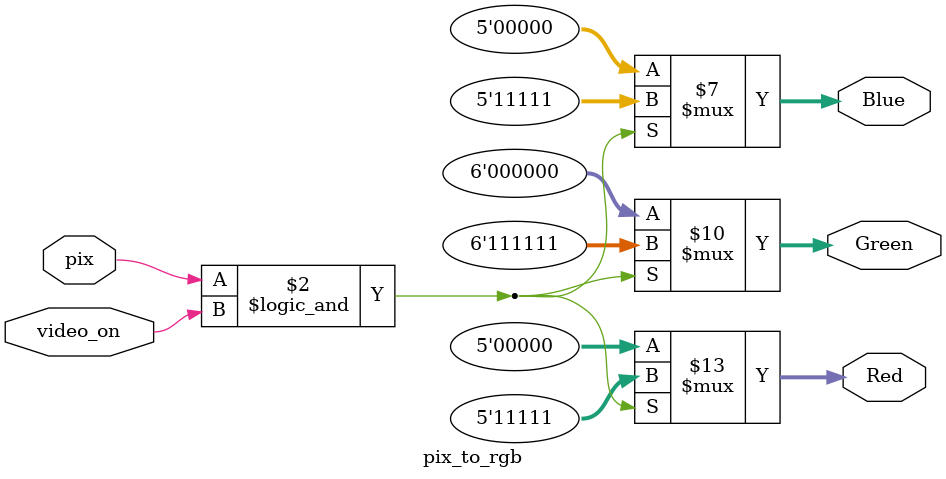
<source format=sv>

module pix_to_rgb
(
	input					video_on,
	input					pix,
	output	reg[4:0]	Red = 5'd0,
	output	reg[5:0]	Green = 6'd0,
	output	reg[4:0]	Blue = 5'd0
);



always @(*)
begin
	if (pix && video_on)
	begin
		Red <= 5'b11111;
		Green <= 6'b111111;
		Blue <= 5'b11111;
	end
	else
	begin
		Red <= 0;
		Green <= 0;
		Blue <= 0;

	end
end

endmodule


</source>
